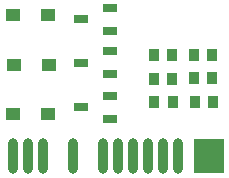
<source format=gbr>
G04 #@! TF.GenerationSoftware,KiCad,Pcbnew,(5.0.2)-1*
G04 #@! TF.CreationDate,2019-05-25T20:10:37+08:00*
G04 #@! TF.ProjectId,3RELAY,3352454c-4159-42e6-9b69-6361645f7063,rev?*
G04 #@! TF.SameCoordinates,Original*
G04 #@! TF.FileFunction,Paste,Top*
G04 #@! TF.FilePolarity,Positive*
%FSLAX46Y46*%
G04 Gerber Fmt 4.6, Leading zero omitted, Abs format (unit mm)*
G04 Created by KiCad (PCBNEW (5.0.2)-1) date 2019-05-25 20:10:37*
%MOMM*%
%LPD*%
G01*
G04 APERTURE LIST*
%ADD10R,0.930000X0.980000*%
%ADD11O,0.800000X3.000000*%
%ADD12R,2.500000X3.000000*%
%ADD13R,1.250000X1.000000*%
%ADD14R,1.250000X0.700000*%
G04 APERTURE END LIST*
D10*
G04 #@! TO.C,R2*
X172575980Y-118836440D03*
X171035980Y-118836440D03*
G04 #@! TD*
G04 #@! TO.C,R4*
X172573060Y-120904000D03*
X171033060Y-120904000D03*
G04 #@! TD*
G04 #@! TO.C,R3*
X174472220Y-120845580D03*
X176012220Y-120845580D03*
G04 #@! TD*
G04 #@! TO.C,R1*
X174464980Y-118856760D03*
X176004980Y-118856760D03*
G04 #@! TD*
G04 #@! TO.C,R6*
X172634020Y-122844560D03*
X171094020Y-122844560D03*
G04 #@! TD*
G04 #@! TO.C,R5*
X174502320Y-122867420D03*
X176042320Y-122867420D03*
G04 #@! TD*
D11*
G04 #@! TO.C,U1*
X166751000Y-127424180D03*
X161671000Y-127424180D03*
X168021000Y-127424180D03*
X169291000Y-127424180D03*
X160401000Y-127424180D03*
X173101000Y-127424180D03*
X171831000Y-127424180D03*
X170561000Y-127424180D03*
X164211000Y-127424180D03*
D12*
X175747680Y-127424180D03*
D11*
X159131000Y-127424180D03*
G04 #@! TD*
D13*
G04 #@! TO.C,D3*
X162059620Y-123891040D03*
X159109620Y-123891040D03*
G04 #@! TD*
D14*
G04 #@! TO.C,Q3*
X167363460Y-124246680D03*
X167363460Y-122346680D03*
X164863460Y-123296680D03*
G04 #@! TD*
D13*
G04 #@! TO.C,D2*
X162177520Y-119755920D03*
X159227520Y-119755920D03*
G04 #@! TD*
D14*
G04 #@! TO.C,Q2*
X167337740Y-120456960D03*
X167337740Y-118556960D03*
X164837740Y-119506960D03*
G04 #@! TD*
D13*
G04 #@! TO.C,D1*
X162103860Y-115445540D03*
X159153860Y-115445540D03*
G04 #@! TD*
D14*
G04 #@! TO.C,Q1*
X164865680Y-115859520D03*
X167365680Y-114909520D03*
X167365680Y-116809520D03*
G04 #@! TD*
M02*

</source>
